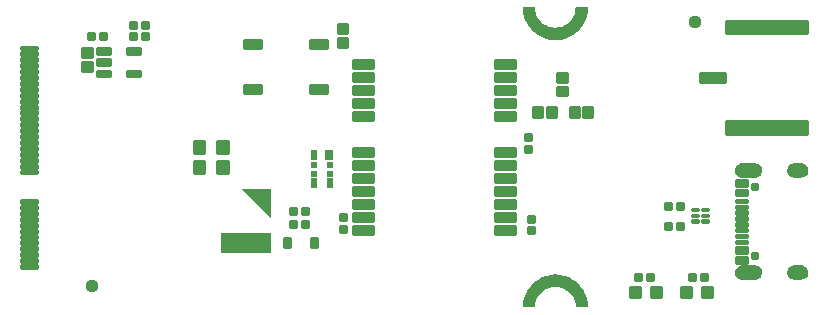
<source format=gts>
G04 EAGLE Gerber RS-274X export*
G75*
%MOMM*%
%FSLAX34Y34*%
%LPD*%
%INSoldermask Top*%
%IPPOS*%
%AMOC8*
5,1,8,0,0,1.08239X$1,22.5*%
G01*
%ADD10C,0.225369*%
%ADD11R,4.200000X1.700000*%
%ADD12C,0.225400*%
%ADD13C,0.428259*%
%ADD14C,0.227100*%
%ADD15C,0.223409*%
%ADD16C,0.231750*%
%ADD17C,0.229969*%
%ADD18C,0.230578*%
%ADD19C,0.777000*%
%ADD20C,0.229859*%
%ADD21C,0.225938*%
%ADD22C,0.224709*%
%ADD23C,0.228959*%
%ADD24C,0.581000*%
%ADD25R,0.620000X0.840000*%
%ADD26R,0.620000X0.560000*%
%ADD27R,0.640000X0.840000*%
%ADD28C,0.222250*%
%ADD29C,1.127000*%

G36*
X525751Y302679D02*
X525751Y302679D01*
X525761Y302683D01*
X525787Y302684D01*
X529621Y303518D01*
X529629Y303523D01*
X529655Y303528D01*
X533331Y304900D01*
X533339Y304905D01*
X533363Y304914D01*
X536807Y306795D01*
X536814Y306802D01*
X536837Y306814D01*
X539978Y309165D01*
X539984Y309173D01*
X540005Y309189D01*
X542779Y311963D01*
X542784Y311972D01*
X542803Y311990D01*
X545154Y315131D01*
X545157Y315140D01*
X545173Y315161D01*
X547054Y318605D01*
X547056Y318614D01*
X547068Y318637D01*
X548440Y322313D01*
X548440Y322323D01*
X548450Y322347D01*
X549284Y326181D01*
X549283Y326191D01*
X549289Y326217D01*
X549569Y330130D01*
X549563Y330156D01*
X549567Y330181D01*
X549549Y330223D01*
X549539Y330267D01*
X549521Y330285D01*
X549510Y330309D01*
X549472Y330334D01*
X549441Y330366D01*
X549415Y330372D01*
X549394Y330386D01*
X549320Y330397D01*
X539320Y330397D01*
X539313Y330395D01*
X539306Y330397D01*
X539247Y330376D01*
X539186Y330358D01*
X539181Y330353D01*
X539174Y330350D01*
X539136Y330300D01*
X539094Y330253D01*
X539093Y330246D01*
X539088Y330240D01*
X539072Y330168D01*
X538858Y327450D01*
X538226Y324817D01*
X537190Y322317D01*
X535776Y320009D01*
X534018Y317950D01*
X531959Y316192D01*
X529651Y314778D01*
X527151Y313742D01*
X524518Y313110D01*
X521820Y312898D01*
X519122Y313110D01*
X516489Y313742D01*
X513989Y314778D01*
X511681Y316192D01*
X509622Y317950D01*
X507864Y320009D01*
X506450Y322317D01*
X505414Y324817D01*
X504782Y327450D01*
X504568Y330168D01*
X504566Y330174D01*
X504567Y330181D01*
X504541Y330239D01*
X504519Y330298D01*
X504513Y330303D01*
X504510Y330309D01*
X504457Y330344D01*
X504407Y330382D01*
X504400Y330382D01*
X504394Y330386D01*
X504320Y330397D01*
X494320Y330397D01*
X494295Y330390D01*
X494269Y330392D01*
X494229Y330371D01*
X494186Y330358D01*
X494169Y330338D01*
X494146Y330326D01*
X494124Y330287D01*
X494094Y330253D01*
X494090Y330227D01*
X494077Y330204D01*
X494071Y330130D01*
X494351Y326217D01*
X494355Y326207D01*
X494356Y326181D01*
X495190Y322347D01*
X495195Y322339D01*
X495200Y322313D01*
X496572Y318637D01*
X496577Y318629D01*
X496586Y318605D01*
X498467Y315161D01*
X498474Y315154D01*
X498486Y315131D01*
X500837Y311990D01*
X500845Y311984D01*
X500861Y311963D01*
X503635Y309189D01*
X503644Y309184D01*
X503662Y309165D01*
X506803Y306814D01*
X506812Y306811D01*
X506833Y306795D01*
X510277Y304914D01*
X510286Y304912D01*
X510309Y304900D01*
X513985Y303528D01*
X513995Y303528D01*
X514019Y303518D01*
X517853Y302684D01*
X517863Y302685D01*
X517889Y302679D01*
X521802Y302399D01*
X521812Y302401D01*
X521838Y302399D01*
X525751Y302679D01*
G37*
G36*
X504387Y76005D02*
X504387Y76005D01*
X504394Y76003D01*
X504453Y76024D01*
X504514Y76042D01*
X504519Y76047D01*
X504526Y76050D01*
X504565Y76100D01*
X504606Y76147D01*
X504607Y76154D01*
X504612Y76160D01*
X504628Y76232D01*
X504842Y78950D01*
X505474Y81583D01*
X506510Y84083D01*
X507924Y86391D01*
X509682Y88450D01*
X511741Y90208D01*
X514049Y91622D01*
X516549Y92658D01*
X519182Y93290D01*
X521880Y93502D01*
X524578Y93290D01*
X527211Y92658D01*
X529711Y91622D01*
X532019Y90208D01*
X534078Y88450D01*
X535836Y86391D01*
X537250Y84083D01*
X538286Y81583D01*
X538918Y78950D01*
X539132Y76232D01*
X539134Y76226D01*
X539133Y76219D01*
X539159Y76161D01*
X539181Y76102D01*
X539187Y76097D01*
X539190Y76091D01*
X539243Y76056D01*
X539293Y76018D01*
X539301Y76018D01*
X539307Y76014D01*
X539380Y76003D01*
X549380Y76003D01*
X549405Y76010D01*
X549431Y76008D01*
X549471Y76029D01*
X549514Y76042D01*
X549531Y76062D01*
X549554Y76074D01*
X549576Y76113D01*
X549606Y76147D01*
X549610Y76173D01*
X549623Y76196D01*
X549629Y76270D01*
X549349Y80183D01*
X549345Y80193D01*
X549344Y80219D01*
X548510Y84053D01*
X548505Y84061D01*
X548500Y84087D01*
X547128Y87763D01*
X547123Y87771D01*
X547114Y87795D01*
X545233Y91239D01*
X545226Y91246D01*
X545214Y91269D01*
X542863Y94410D01*
X542855Y94416D01*
X542839Y94437D01*
X540065Y97211D01*
X540056Y97216D01*
X540038Y97235D01*
X536897Y99586D01*
X536888Y99589D01*
X536867Y99605D01*
X533423Y101486D01*
X533414Y101488D01*
X533391Y101500D01*
X529715Y102872D01*
X529705Y102872D01*
X529681Y102882D01*
X525847Y103716D01*
X525837Y103715D01*
X525811Y103721D01*
X521898Y104001D01*
X521888Y103999D01*
X521862Y104001D01*
X517949Y103721D01*
X517939Y103717D01*
X517913Y103716D01*
X514079Y102882D01*
X514071Y102877D01*
X514045Y102872D01*
X510369Y101500D01*
X510361Y101495D01*
X510337Y101486D01*
X506893Y99605D01*
X506886Y99598D01*
X506863Y99586D01*
X503722Y97235D01*
X503716Y97227D01*
X503695Y97211D01*
X500921Y94437D01*
X500916Y94428D01*
X500897Y94410D01*
X498546Y91269D01*
X498543Y91260D01*
X498527Y91239D01*
X496646Y87795D01*
X496644Y87786D01*
X496632Y87763D01*
X495260Y84087D01*
X495260Y84077D01*
X495250Y84053D01*
X494416Y80219D01*
X494417Y80209D01*
X494411Y80183D01*
X494131Y76270D01*
X494137Y76244D01*
X494133Y76219D01*
X494151Y76177D01*
X494161Y76133D01*
X494179Y76115D01*
X494190Y76091D01*
X494228Y76066D01*
X494259Y76034D01*
X494285Y76028D01*
X494307Y76014D01*
X494380Y76003D01*
X504380Y76003D01*
X504387Y76005D01*
G37*
G36*
X281113Y151662D02*
X281113Y151662D01*
X281140Y151664D01*
X281175Y151690D01*
X281215Y151708D01*
X281230Y151731D01*
X281252Y151747D01*
X281268Y151788D01*
X281292Y151825D01*
X281299Y151868D01*
X281302Y151877D01*
X281301Y151884D01*
X281303Y151898D01*
X281303Y175898D01*
X281298Y175914D01*
X281301Y175931D01*
X281279Y175981D01*
X281264Y176032D01*
X281251Y176043D01*
X281244Y176059D01*
X281199Y176089D01*
X281159Y176124D01*
X281142Y176127D01*
X281128Y176136D01*
X281054Y176147D01*
X257054Y176147D01*
X257012Y176135D01*
X256968Y176132D01*
X256946Y176116D01*
X256920Y176108D01*
X256891Y176075D01*
X256856Y176049D01*
X256846Y176023D01*
X256828Y176003D01*
X256821Y175959D01*
X256806Y175919D01*
X256811Y175892D01*
X256807Y175865D01*
X256825Y175824D01*
X256834Y175782D01*
X256860Y175746D01*
X256864Y175737D01*
X256869Y175733D01*
X256878Y175722D01*
X280878Y151722D01*
X280916Y151701D01*
X280949Y151672D01*
X280976Y151668D01*
X281000Y151655D01*
X281044Y151658D01*
X281087Y151651D01*
X281113Y151662D01*
G37*
G36*
X691353Y185998D02*
X691353Y185998D01*
X691356Y185995D01*
X692623Y186200D01*
X692629Y186206D01*
X692634Y186203D01*
X693823Y186685D01*
X693827Y186692D01*
X693833Y186690D01*
X694886Y187424D01*
X694888Y187432D01*
X694894Y187431D01*
X695757Y188381D01*
X695758Y188390D01*
X695763Y188390D01*
X696393Y189509D01*
X696392Y189517D01*
X696398Y189519D01*
X696763Y190749D01*
X696760Y190756D01*
X696764Y190759D01*
X696763Y190759D01*
X696765Y190760D01*
X696847Y192041D01*
X696845Y192045D01*
X696847Y192047D01*
X696765Y193328D01*
X696759Y193334D01*
X696763Y193339D01*
X696398Y194569D01*
X696391Y194574D01*
X696393Y194579D01*
X695763Y195698D01*
X695756Y195701D01*
X695757Y195707D01*
X694894Y196657D01*
X694886Y196658D01*
X694886Y196664D01*
X693833Y197398D01*
X693825Y197398D01*
X693823Y197403D01*
X692634Y197885D01*
X692626Y197883D01*
X692623Y197888D01*
X691356Y198093D01*
X691351Y198090D01*
X691348Y198093D01*
X679348Y198093D01*
X679344Y198090D01*
X679341Y198093D01*
X678219Y197938D01*
X678214Y197933D01*
X678210Y197936D01*
X677139Y197565D01*
X677135Y197559D01*
X677130Y197561D01*
X676153Y196988D01*
X676150Y196982D01*
X676145Y196983D01*
X675298Y196230D01*
X675296Y196223D01*
X675291Y196223D01*
X674607Y195320D01*
X674607Y195313D01*
X674602Y195312D01*
X674107Y194293D01*
X674109Y194286D01*
X674107Y194285D01*
X674104Y194284D01*
X673817Y193187D01*
X673820Y193181D01*
X673816Y193178D01*
X673749Y192047D01*
X673751Y192043D01*
X673749Y192041D01*
X673816Y190910D01*
X673821Y190905D01*
X673817Y190901D01*
X674104Y189804D01*
X674110Y189800D01*
X674107Y189795D01*
X674602Y188776D01*
X674608Y188773D01*
X674607Y188768D01*
X675291Y187865D01*
X675298Y187863D01*
X675298Y187858D01*
X676145Y187105D01*
X676152Y187105D01*
X676153Y187100D01*
X677130Y186527D01*
X677137Y186528D01*
X677139Y186523D01*
X678210Y186152D01*
X678216Y186155D01*
X678219Y186150D01*
X679341Y185995D01*
X679346Y185998D01*
X679348Y185995D01*
X691348Y185995D01*
X691353Y185998D01*
G37*
G36*
X691353Y99598D02*
X691353Y99598D01*
X691356Y99595D01*
X692623Y99800D01*
X692629Y99806D01*
X692634Y99803D01*
X693823Y100285D01*
X693827Y100292D01*
X693833Y100290D01*
X694886Y101024D01*
X694888Y101032D01*
X694894Y101031D01*
X695757Y101981D01*
X695758Y101990D01*
X695763Y101990D01*
X696393Y103109D01*
X696392Y103117D01*
X696398Y103119D01*
X696763Y104349D01*
X696760Y104356D01*
X696764Y104359D01*
X696763Y104359D01*
X696765Y104360D01*
X696847Y105641D01*
X696845Y105645D01*
X696847Y105647D01*
X696765Y106928D01*
X696759Y106934D01*
X696763Y106939D01*
X696398Y108169D01*
X696391Y108174D01*
X696393Y108179D01*
X695763Y109298D01*
X695756Y109301D01*
X695757Y109307D01*
X694894Y110257D01*
X694886Y110258D01*
X694886Y110264D01*
X693833Y110998D01*
X693825Y110998D01*
X693823Y111003D01*
X692634Y111485D01*
X692626Y111483D01*
X692623Y111488D01*
X691356Y111693D01*
X691351Y111690D01*
X691348Y111693D01*
X679348Y111693D01*
X679344Y111690D01*
X679341Y111693D01*
X678219Y111538D01*
X678214Y111533D01*
X678210Y111536D01*
X677139Y111165D01*
X677135Y111159D01*
X677130Y111161D01*
X676153Y110588D01*
X676150Y110582D01*
X676145Y110583D01*
X675298Y109830D01*
X675296Y109823D01*
X675291Y109823D01*
X674607Y108920D01*
X674607Y108913D01*
X674602Y108912D01*
X674107Y107893D01*
X674109Y107886D01*
X674107Y107885D01*
X674104Y107884D01*
X673817Y106787D01*
X673820Y106781D01*
X673816Y106778D01*
X673749Y105647D01*
X673751Y105643D01*
X673749Y105641D01*
X673816Y104510D01*
X673821Y104505D01*
X673817Y104501D01*
X674104Y103404D01*
X674110Y103400D01*
X674107Y103395D01*
X674602Y102376D01*
X674608Y102373D01*
X674607Y102368D01*
X675291Y101465D01*
X675298Y101463D01*
X675298Y101458D01*
X676145Y100705D01*
X676152Y100705D01*
X676153Y100700D01*
X677130Y100127D01*
X677137Y100128D01*
X677139Y100123D01*
X678210Y99752D01*
X678216Y99755D01*
X678219Y99750D01*
X679341Y99595D01*
X679346Y99598D01*
X679348Y99595D01*
X691348Y99595D01*
X691353Y99598D01*
G37*
G36*
X730152Y185997D02*
X730152Y185997D01*
X730154Y185995D01*
X731483Y186150D01*
X731489Y186156D01*
X731493Y186153D01*
X732754Y186600D01*
X732759Y186607D01*
X732764Y186605D01*
X733894Y187322D01*
X733897Y187329D01*
X733903Y187328D01*
X734845Y188279D01*
X734846Y188287D01*
X734852Y188287D01*
X735559Y189423D01*
X735559Y189428D01*
X735560Y189429D01*
X735559Y189431D01*
X735564Y189433D01*
X736000Y190698D01*
X735998Y190706D01*
X736003Y190709D01*
X736147Y192039D01*
X736143Y192045D01*
X736147Y192049D01*
X736037Y193215D01*
X736032Y193220D01*
X736035Y193224D01*
X735700Y194347D01*
X735694Y194351D01*
X735696Y194355D01*
X735148Y195391D01*
X735142Y195394D01*
X735143Y195399D01*
X734404Y196307D01*
X734397Y196309D01*
X734397Y196314D01*
X733495Y197061D01*
X733488Y197061D01*
X733487Y197067D01*
X732456Y197623D01*
X732449Y197622D01*
X732447Y197627D01*
X731328Y197971D01*
X731321Y197969D01*
X731318Y197973D01*
X730153Y198093D01*
X730150Y198091D01*
X730148Y198093D01*
X724148Y198093D01*
X724145Y198091D01*
X724143Y198093D01*
X722967Y197982D01*
X722962Y197977D01*
X722958Y197980D01*
X721826Y197642D01*
X721822Y197636D01*
X721817Y197638D01*
X720773Y197086D01*
X720770Y197079D01*
X720765Y197081D01*
X719849Y196335D01*
X719848Y196328D01*
X719842Y196328D01*
X719089Y195419D01*
X719089Y195411D01*
X719084Y195411D01*
X718523Y194371D01*
X718524Y194364D01*
X718519Y194362D01*
X718172Y193233D01*
X718174Y193227D01*
X718170Y193224D01*
X718049Y192049D01*
X718053Y192042D01*
X718049Y192038D01*
X718206Y190698D01*
X718211Y190692D01*
X718208Y190687D01*
X718659Y189416D01*
X718666Y189411D01*
X718664Y189406D01*
X719386Y188267D01*
X719394Y188264D01*
X719393Y188258D01*
X720351Y187308D01*
X720359Y187307D01*
X720360Y187301D01*
X721505Y186588D01*
X721514Y186589D01*
X721515Y186583D01*
X722791Y186143D01*
X722798Y186145D01*
X722800Y186143D01*
X722801Y186141D01*
X724143Y185995D01*
X724146Y185997D01*
X724148Y185995D01*
X730148Y185995D01*
X730152Y185997D01*
G37*
G36*
X730152Y99597D02*
X730152Y99597D01*
X730154Y99595D01*
X731483Y99750D01*
X731489Y99756D01*
X731493Y99753D01*
X732754Y100200D01*
X732759Y100207D01*
X732764Y100205D01*
X733894Y100922D01*
X733897Y100929D01*
X733903Y100928D01*
X734845Y101879D01*
X734846Y101887D01*
X734852Y101887D01*
X735559Y103023D01*
X735559Y103028D01*
X735560Y103029D01*
X735559Y103031D01*
X735564Y103033D01*
X736000Y104298D01*
X735998Y104306D01*
X736003Y104309D01*
X736147Y105639D01*
X736143Y105645D01*
X736147Y105649D01*
X736037Y106815D01*
X736032Y106820D01*
X736035Y106824D01*
X735700Y107947D01*
X735694Y107951D01*
X735696Y107955D01*
X735148Y108991D01*
X735142Y108994D01*
X735143Y108999D01*
X734404Y109907D01*
X734397Y109909D01*
X734397Y109914D01*
X733495Y110661D01*
X733488Y110661D01*
X733487Y110667D01*
X732456Y111223D01*
X732449Y111222D01*
X732447Y111227D01*
X731328Y111571D01*
X731321Y111569D01*
X731318Y111573D01*
X730153Y111693D01*
X730150Y111691D01*
X730148Y111693D01*
X724148Y111693D01*
X724145Y111691D01*
X724143Y111693D01*
X722967Y111582D01*
X722962Y111577D01*
X722958Y111580D01*
X721826Y111242D01*
X721822Y111236D01*
X721817Y111238D01*
X720773Y110686D01*
X720770Y110679D01*
X720765Y110681D01*
X719849Y109935D01*
X719848Y109928D01*
X719842Y109928D01*
X719089Y109019D01*
X719089Y109011D01*
X719084Y109011D01*
X718523Y107971D01*
X718524Y107964D01*
X718519Y107962D01*
X718172Y106833D01*
X718174Y106827D01*
X718170Y106824D01*
X718049Y105649D01*
X718053Y105642D01*
X718049Y105638D01*
X718206Y104298D01*
X718211Y104292D01*
X718208Y104287D01*
X718659Y103016D01*
X718666Y103011D01*
X718664Y103006D01*
X719386Y101867D01*
X719394Y101864D01*
X719393Y101858D01*
X720351Y100908D01*
X720359Y100907D01*
X720360Y100901D01*
X721505Y100188D01*
X721514Y100189D01*
X721515Y100183D01*
X722791Y99743D01*
X722798Y99745D01*
X722800Y99743D01*
X722801Y99741D01*
X724143Y99595D01*
X724146Y99597D01*
X724148Y99595D01*
X730148Y99595D01*
X730152Y99597D01*
G37*
D10*
X307546Y160242D02*
X312562Y160242D01*
X312562Y155226D01*
X307546Y155226D01*
X307546Y160242D01*
X307546Y157367D02*
X312562Y157367D01*
X312562Y159508D02*
X307546Y159508D01*
X302562Y160242D02*
X297546Y160242D01*
X302562Y160242D02*
X302562Y155226D01*
X297546Y155226D01*
X297546Y160242D01*
X297546Y157367D02*
X302562Y157367D01*
X302562Y159508D02*
X297546Y159508D01*
D11*
X260254Y130598D03*
D12*
X224726Y189946D02*
X224726Y199962D01*
X224726Y189946D02*
X215710Y189946D01*
X215710Y199962D01*
X224726Y199962D01*
X224726Y192087D02*
X215710Y192087D01*
X215710Y194228D02*
X224726Y194228D01*
X224726Y196369D02*
X215710Y196369D01*
X215710Y198510D02*
X224726Y198510D01*
X224726Y206946D02*
X224726Y216962D01*
X224726Y206946D02*
X215710Y206946D01*
X215710Y216962D01*
X224726Y216962D01*
X224726Y209087D02*
X215710Y209087D01*
X215710Y211228D02*
X224726Y211228D01*
X224726Y213369D02*
X215710Y213369D01*
X215710Y215510D02*
X224726Y215510D01*
X244538Y200216D02*
X244538Y190200D01*
X235522Y190200D01*
X235522Y200216D01*
X244538Y200216D01*
X244538Y192341D02*
X235522Y192341D01*
X235522Y194482D02*
X244538Y194482D01*
X244538Y196623D02*
X235522Y196623D01*
X235522Y198764D02*
X244538Y198764D01*
X244538Y207200D02*
X244538Y217216D01*
X244538Y207200D02*
X235522Y207200D01*
X235522Y217216D01*
X244538Y217216D01*
X244538Y209341D02*
X235522Y209341D01*
X235522Y211482D02*
X244538Y211482D01*
X244538Y213623D02*
X235522Y213623D01*
X235522Y215764D02*
X244538Y215764D01*
D13*
X646626Y92648D02*
X646626Y85660D01*
X646626Y92648D02*
X653614Y92648D01*
X653614Y85660D01*
X646626Y85660D01*
X646626Y89729D02*
X653614Y89729D01*
X629086Y92648D02*
X629086Y85660D01*
X629086Y92648D02*
X636074Y92648D01*
X636074Y85660D01*
X629086Y85660D01*
X629086Y89729D02*
X636074Y89729D01*
D14*
X297220Y127160D02*
X291920Y127160D01*
X291920Y134460D01*
X297220Y134460D01*
X297220Y127160D01*
X297220Y129317D02*
X291920Y129317D01*
X291920Y131474D02*
X297220Y131474D01*
X297220Y133631D02*
X291920Y133631D01*
X314920Y127160D02*
X320220Y127160D01*
X314920Y127160D02*
X314920Y134460D01*
X320220Y134460D01*
X320220Y127160D01*
X320220Y129317D02*
X314920Y129317D01*
X314920Y131474D02*
X320220Y131474D01*
X320220Y133631D02*
X314920Y133631D01*
D10*
X312308Y149574D02*
X307292Y149574D01*
X312308Y149574D02*
X312308Y144558D01*
X307292Y144558D01*
X307292Y149574D01*
X307292Y146699D02*
X312308Y146699D01*
X312308Y148840D02*
X307292Y148840D01*
X302308Y149574D02*
X297292Y149574D01*
X302308Y149574D02*
X302308Y144558D01*
X297292Y144558D01*
X297292Y149574D01*
X297292Y146699D02*
X302308Y146699D01*
X302308Y148840D02*
X297292Y148840D01*
X635112Y99092D02*
X640128Y99092D01*
X635112Y99092D02*
X635112Y104108D01*
X640128Y104108D01*
X640128Y99092D01*
X640128Y101233D02*
X635112Y101233D01*
X635112Y103374D02*
X640128Y103374D01*
X645112Y99092D02*
X650128Y99092D01*
X645112Y99092D02*
X645112Y104108D01*
X650128Y104108D01*
X650128Y99092D01*
X650128Y101233D02*
X645112Y101233D01*
X645112Y103374D02*
X650128Y103374D01*
X166926Y312706D02*
X161910Y312706D01*
X161910Y317722D01*
X166926Y317722D01*
X166926Y312706D01*
X166926Y314847D02*
X161910Y314847D01*
X161910Y316988D02*
X166926Y316988D01*
X171910Y312706D02*
X176926Y312706D01*
X171910Y312706D02*
X171910Y317722D01*
X176926Y317722D01*
X176926Y312706D01*
X176926Y314847D02*
X171910Y314847D01*
X171910Y316988D02*
X176926Y316988D01*
X176926Y308324D02*
X171910Y308324D01*
X176926Y308324D02*
X176926Y303308D01*
X171910Y303308D01*
X171910Y308324D01*
X171910Y305449D02*
X176926Y305449D01*
X176926Y307590D02*
X171910Y307590D01*
X166926Y308324D02*
X161910Y308324D01*
X166926Y308324D02*
X166926Y303308D01*
X161910Y303308D01*
X161910Y308324D01*
X161910Y305449D02*
X166926Y305449D01*
X166926Y307590D02*
X161910Y307590D01*
D13*
X603446Y92648D02*
X603446Y85660D01*
X603446Y92648D02*
X610434Y92648D01*
X610434Y85660D01*
X603446Y85660D01*
X603446Y89729D02*
X610434Y89729D01*
X585906Y92648D02*
X585906Y85660D01*
X585906Y92648D02*
X592894Y92648D01*
X592894Y85660D01*
X585906Y85660D01*
X585906Y89729D02*
X592894Y89729D01*
D10*
X594408Y99346D02*
X589392Y99346D01*
X589392Y104362D01*
X594408Y104362D01*
X594408Y99346D01*
X594408Y101487D02*
X589392Y101487D01*
X589392Y103628D02*
X594408Y103628D01*
X599392Y99346D02*
X604408Y99346D01*
X599392Y99346D02*
X599392Y104362D01*
X604408Y104362D01*
X604408Y99346D01*
X604408Y101487D02*
X599392Y101487D01*
X599392Y103628D02*
X604408Y103628D01*
D15*
X133373Y290950D02*
X133373Y295486D01*
X144409Y295486D01*
X144409Y290950D01*
X133373Y290950D01*
X133373Y293072D02*
X144409Y293072D01*
X144409Y295194D02*
X133373Y295194D01*
X133373Y285986D02*
X133373Y281450D01*
X133373Y285986D02*
X144409Y285986D01*
X144409Y281450D01*
X133373Y281450D01*
X133373Y283572D02*
X144409Y283572D01*
X144409Y285694D02*
X133373Y285694D01*
X133373Y276486D02*
X133373Y271950D01*
X133373Y276486D02*
X144409Y276486D01*
X144409Y271950D01*
X133373Y271950D01*
X133373Y274072D02*
X144409Y274072D01*
X144409Y276194D02*
X133373Y276194D01*
X159375Y276486D02*
X159375Y271950D01*
X159375Y276486D02*
X170411Y276486D01*
X170411Y271950D01*
X159375Y271950D01*
X159375Y274072D02*
X170411Y274072D01*
X170411Y276194D02*
X159375Y276194D01*
X159375Y290950D02*
X159375Y295486D01*
X170411Y295486D01*
X170411Y290950D01*
X159375Y290950D01*
X159375Y293072D02*
X170411Y293072D01*
X170411Y295194D02*
X159375Y295194D01*
D10*
X141366Y308324D02*
X136350Y308324D01*
X141366Y308324D02*
X141366Y303308D01*
X136350Y303308D01*
X136350Y308324D01*
X136350Y305449D02*
X141366Y305449D01*
X141366Y307590D02*
X136350Y307590D01*
X131366Y308324D02*
X126350Y308324D01*
X131366Y308324D02*
X131366Y303308D01*
X126350Y303308D01*
X126350Y308324D01*
X126350Y305449D02*
X131366Y305449D01*
X131366Y307590D02*
X126350Y307590D01*
X624538Y164052D02*
X629554Y164052D01*
X629554Y159036D01*
X624538Y159036D01*
X624538Y164052D01*
X624538Y161177D02*
X629554Y161177D01*
X629554Y163318D02*
X624538Y163318D01*
X619554Y164052D02*
X614538Y164052D01*
X619554Y164052D02*
X619554Y159036D01*
X614538Y159036D01*
X614538Y164052D01*
X614538Y161177D02*
X619554Y161177D01*
X619554Y163318D02*
X614538Y163318D01*
X625046Y147542D02*
X630062Y147542D01*
X630062Y142526D01*
X625046Y142526D01*
X625046Y147542D01*
X625046Y144667D02*
X630062Y144667D01*
X630062Y146808D02*
X625046Y146808D01*
X620062Y147542D02*
X615046Y147542D01*
X620062Y147542D02*
X620062Y142526D01*
X615046Y142526D01*
X615046Y147542D01*
X615046Y144667D02*
X620062Y144667D01*
X620062Y146808D02*
X615046Y146808D01*
X496360Y217492D02*
X496360Y222508D01*
X501376Y222508D01*
X501376Y217492D01*
X496360Y217492D01*
X496360Y219633D02*
X501376Y219633D01*
X501376Y221774D02*
X496360Y221774D01*
X496360Y212508D02*
X496360Y207492D01*
X496360Y212508D02*
X501376Y212508D01*
X501376Y207492D01*
X496360Y207492D01*
X496360Y209633D02*
X501376Y209633D01*
X501376Y211774D02*
X496360Y211774D01*
D16*
X487576Y138360D02*
X470624Y138360D01*
X470624Y145312D01*
X487576Y145312D01*
X487576Y138360D01*
X487576Y140562D02*
X470624Y140562D01*
X470624Y142764D02*
X487576Y142764D01*
X487576Y144966D02*
X470624Y144966D01*
X470624Y149360D02*
X487576Y149360D01*
X470624Y149360D02*
X470624Y156312D01*
X487576Y156312D01*
X487576Y149360D01*
X487576Y151562D02*
X470624Y151562D01*
X470624Y153764D02*
X487576Y153764D01*
X487576Y155966D02*
X470624Y155966D01*
X470624Y160360D02*
X487576Y160360D01*
X470624Y160360D02*
X470624Y167312D01*
X487576Y167312D01*
X487576Y160360D01*
X487576Y162562D02*
X470624Y162562D01*
X470624Y164764D02*
X487576Y164764D01*
X487576Y166966D02*
X470624Y166966D01*
X470624Y171360D02*
X487576Y171360D01*
X470624Y171360D02*
X470624Y178312D01*
X487576Y178312D01*
X487576Y171360D01*
X487576Y173562D02*
X470624Y173562D01*
X470624Y175764D02*
X487576Y175764D01*
X487576Y177966D02*
X470624Y177966D01*
X470624Y182360D02*
X487576Y182360D01*
X470624Y182360D02*
X470624Y189312D01*
X487576Y189312D01*
X487576Y182360D01*
X487576Y184562D02*
X470624Y184562D01*
X470624Y186764D02*
X487576Y186764D01*
X487576Y188966D02*
X470624Y188966D01*
X470624Y193360D02*
X487576Y193360D01*
X470624Y193360D02*
X470624Y200312D01*
X487576Y200312D01*
X487576Y193360D01*
X487576Y195562D02*
X470624Y195562D01*
X470624Y197764D02*
X487576Y197764D01*
X487576Y199966D02*
X470624Y199966D01*
X470624Y204360D02*
X487576Y204360D01*
X470624Y204360D02*
X470624Y211312D01*
X487576Y211312D01*
X487576Y204360D01*
X487576Y206562D02*
X470624Y206562D01*
X470624Y208764D02*
X487576Y208764D01*
X487576Y210966D02*
X470624Y210966D01*
X470624Y234360D02*
X487576Y234360D01*
X470624Y234360D02*
X470624Y241312D01*
X487576Y241312D01*
X487576Y234360D01*
X487576Y236562D02*
X470624Y236562D01*
X470624Y238764D02*
X487576Y238764D01*
X487576Y240966D02*
X470624Y240966D01*
X470624Y245360D02*
X487576Y245360D01*
X470624Y245360D02*
X470624Y252312D01*
X487576Y252312D01*
X487576Y245360D01*
X487576Y247562D02*
X470624Y247562D01*
X470624Y249764D02*
X487576Y249764D01*
X487576Y251966D02*
X470624Y251966D01*
X470624Y256360D02*
X487576Y256360D01*
X470624Y256360D02*
X470624Y263312D01*
X487576Y263312D01*
X487576Y256360D01*
X487576Y258562D02*
X470624Y258562D01*
X470624Y260764D02*
X487576Y260764D01*
X487576Y262966D02*
X470624Y262966D01*
X470624Y267360D02*
X487576Y267360D01*
X470624Y267360D02*
X470624Y274312D01*
X487576Y274312D01*
X487576Y267360D01*
X487576Y269562D02*
X470624Y269562D01*
X470624Y271764D02*
X487576Y271764D01*
X487576Y273966D02*
X470624Y273966D01*
X470624Y278360D02*
X487576Y278360D01*
X470624Y278360D02*
X470624Y285312D01*
X487576Y285312D01*
X487576Y278360D01*
X487576Y280562D02*
X470624Y280562D01*
X470624Y282764D02*
X487576Y282764D01*
X487576Y284966D02*
X470624Y284966D01*
X367576Y285312D02*
X350624Y285312D01*
X367576Y285312D02*
X367576Y278360D01*
X350624Y278360D01*
X350624Y285312D01*
X350624Y280562D02*
X367576Y280562D01*
X367576Y282764D02*
X350624Y282764D01*
X350624Y284966D02*
X367576Y284966D01*
X367576Y274312D02*
X350624Y274312D01*
X367576Y274312D02*
X367576Y267360D01*
X350624Y267360D01*
X350624Y274312D01*
X350624Y269562D02*
X367576Y269562D01*
X367576Y271764D02*
X350624Y271764D01*
X350624Y273966D02*
X367576Y273966D01*
X367576Y263312D02*
X350624Y263312D01*
X367576Y263312D02*
X367576Y256360D01*
X350624Y256360D01*
X350624Y263312D01*
X350624Y258562D02*
X367576Y258562D01*
X367576Y260764D02*
X350624Y260764D01*
X350624Y262966D02*
X367576Y262966D01*
X367576Y252312D02*
X350624Y252312D01*
X367576Y252312D02*
X367576Y245360D01*
X350624Y245360D01*
X350624Y252312D01*
X350624Y247562D02*
X367576Y247562D01*
X367576Y249764D02*
X350624Y249764D01*
X350624Y251966D02*
X367576Y251966D01*
X367576Y241312D02*
X350624Y241312D01*
X367576Y241312D02*
X367576Y234360D01*
X350624Y234360D01*
X350624Y241312D01*
X350624Y236562D02*
X367576Y236562D01*
X367576Y238764D02*
X350624Y238764D01*
X350624Y240966D02*
X367576Y240966D01*
X367576Y211312D02*
X350624Y211312D01*
X367576Y211312D02*
X367576Y204360D01*
X350624Y204360D01*
X350624Y211312D01*
X350624Y206562D02*
X367576Y206562D01*
X367576Y208764D02*
X350624Y208764D01*
X350624Y210966D02*
X367576Y210966D01*
X367576Y200312D02*
X350624Y200312D01*
X367576Y200312D02*
X367576Y193360D01*
X350624Y193360D01*
X350624Y200312D01*
X350624Y195562D02*
X367576Y195562D01*
X367576Y197764D02*
X350624Y197764D01*
X350624Y199966D02*
X367576Y199966D01*
X367576Y189312D02*
X350624Y189312D01*
X367576Y189312D02*
X367576Y182360D01*
X350624Y182360D01*
X350624Y189312D01*
X350624Y184562D02*
X367576Y184562D01*
X367576Y186764D02*
X350624Y186764D01*
X350624Y188966D02*
X367576Y188966D01*
X367576Y178312D02*
X350624Y178312D01*
X367576Y178312D02*
X367576Y171360D01*
X350624Y171360D01*
X350624Y178312D01*
X350624Y173562D02*
X367576Y173562D01*
X367576Y175764D02*
X350624Y175764D01*
X350624Y177966D02*
X367576Y177966D01*
X367576Y167312D02*
X350624Y167312D01*
X367576Y167312D02*
X367576Y160360D01*
X350624Y160360D01*
X350624Y167312D01*
X350624Y162562D02*
X367576Y162562D01*
X367576Y164764D02*
X350624Y164764D01*
X350624Y166966D02*
X367576Y166966D01*
X367576Y156312D02*
X350624Y156312D01*
X367576Y156312D02*
X367576Y149360D01*
X350624Y149360D01*
X350624Y156312D01*
X350624Y151562D02*
X367576Y151562D01*
X367576Y153764D02*
X350624Y153764D01*
X350624Y155966D02*
X367576Y155966D01*
X367576Y145312D02*
X350624Y145312D01*
X367576Y145312D02*
X367576Y138360D01*
X350624Y138360D01*
X350624Y145312D01*
X350624Y140562D02*
X367576Y140562D01*
X367576Y142764D02*
X350624Y142764D01*
X350624Y144966D02*
X367576Y144966D01*
D17*
X645913Y149659D02*
X650983Y149659D01*
X650983Y148189D01*
X645913Y148189D01*
X645913Y149659D01*
X646413Y154659D02*
X650983Y154659D01*
X650983Y153189D01*
X646413Y153189D01*
X646413Y154659D01*
X646413Y159659D02*
X650983Y159659D01*
X650983Y158189D01*
X646413Y158189D01*
X646413Y159659D01*
X642383Y158189D02*
X637813Y158189D01*
X637813Y159659D01*
X642383Y159659D01*
X642383Y158189D01*
X642383Y153189D02*
X637813Y153189D01*
X637813Y154659D01*
X642383Y154659D01*
X642383Y153189D01*
X642383Y148189D02*
X637813Y148189D01*
X637813Y149659D01*
X642383Y149659D01*
X642383Y148189D01*
D18*
X684030Y155362D02*
X684030Y157326D01*
X684030Y155362D02*
X675066Y155362D01*
X675066Y157326D01*
X684030Y157326D01*
X684030Y152326D02*
X684030Y150362D01*
X675066Y150362D01*
X675066Y152326D01*
X684030Y152326D01*
D10*
X684056Y178586D02*
X684056Y183602D01*
X684056Y178586D02*
X675040Y178586D01*
X675040Y183602D01*
X684056Y183602D01*
X684056Y180727D02*
X675040Y180727D01*
X675040Y182868D02*
X684056Y182868D01*
X684056Y175852D02*
X684056Y170836D01*
X675040Y170836D01*
X675040Y175852D01*
X684056Y175852D01*
X684056Y172977D02*
X675040Y172977D01*
X675040Y175118D02*
X684056Y175118D01*
D18*
X684030Y167326D02*
X684030Y165362D01*
X675066Y165362D01*
X675066Y167326D01*
X684030Y167326D01*
X684030Y162326D02*
X684030Y160362D01*
X675066Y160362D01*
X675066Y162326D01*
X684030Y162326D01*
X675066Y142326D02*
X675066Y140362D01*
X675066Y142326D02*
X684030Y142326D01*
X684030Y140362D01*
X675066Y140362D01*
X675066Y145362D02*
X675066Y147326D01*
X684030Y147326D01*
X684030Y145362D01*
X675066Y145362D01*
D10*
X675040Y119102D02*
X675040Y114086D01*
X675040Y119102D02*
X684056Y119102D01*
X684056Y114086D01*
X675040Y114086D01*
X675040Y116227D02*
X684056Y116227D01*
X684056Y118368D02*
X675040Y118368D01*
X675040Y121836D02*
X675040Y126852D01*
X684056Y126852D01*
X684056Y121836D01*
X675040Y121836D01*
X675040Y123977D02*
X684056Y123977D01*
X684056Y126118D02*
X675040Y126118D01*
D18*
X675066Y130362D02*
X675066Y132326D01*
X684030Y132326D01*
X684030Y130362D01*
X675066Y130362D01*
X675066Y135362D02*
X675066Y137326D01*
X684030Y137326D01*
X684030Y135362D01*
X675066Y135362D01*
D19*
X690598Y119944D03*
X690598Y177744D03*
D10*
X498888Y153812D02*
X498888Y148796D01*
X498888Y153812D02*
X503904Y153812D01*
X503904Y148796D01*
X498888Y148796D01*
X498888Y150937D02*
X503904Y150937D01*
X503904Y153078D02*
X498888Y153078D01*
X498888Y143812D02*
X498888Y138796D01*
X498888Y143812D02*
X503904Y143812D01*
X503904Y138796D01*
X498888Y138796D01*
X498888Y140937D02*
X503904Y140937D01*
X503904Y143078D02*
X498888Y143078D01*
D20*
X666298Y308134D02*
X666298Y318606D01*
X735270Y318606D01*
X735270Y308134D01*
X666298Y308134D01*
X666298Y310318D02*
X735270Y310318D01*
X735270Y312502D02*
X666298Y312502D01*
X666298Y314686D02*
X735270Y314686D01*
X735270Y316870D02*
X666298Y316870D01*
D21*
X644278Y274876D02*
X644278Y266864D01*
X644278Y274876D02*
X665290Y274876D01*
X665290Y266864D01*
X644278Y266864D01*
X644278Y269010D02*
X665290Y269010D01*
X665290Y271156D02*
X644278Y271156D01*
X644278Y273302D02*
X665290Y273302D01*
D20*
X666298Y233606D02*
X666298Y223134D01*
X666298Y233606D02*
X735270Y233606D01*
X735270Y223134D01*
X666298Y223134D01*
X666298Y225318D02*
X735270Y225318D01*
X735270Y227502D02*
X666298Y227502D01*
X666298Y229686D02*
X735270Y229686D01*
X735270Y231870D02*
X666298Y231870D01*
D22*
X523462Y267082D02*
X523462Y274606D01*
X531486Y274606D01*
X531486Y267082D01*
X523462Y267082D01*
X523462Y269217D02*
X531486Y269217D01*
X531486Y271352D02*
X523462Y271352D01*
X523462Y273487D02*
X531486Y273487D01*
X523462Y263006D02*
X523462Y255482D01*
X523462Y263006D02*
X531486Y263006D01*
X531486Y255482D01*
X523462Y255482D01*
X523462Y257617D02*
X531486Y257617D01*
X531486Y259752D02*
X523462Y259752D01*
X523462Y261887D02*
X531486Y261887D01*
X533954Y237488D02*
X541478Y237488D01*
X533954Y237488D02*
X533954Y245512D01*
X541478Y245512D01*
X541478Y237488D01*
X541478Y239623D02*
X533954Y239623D01*
X533954Y241758D02*
X541478Y241758D01*
X541478Y243893D02*
X533954Y243893D01*
X545554Y237488D02*
X553078Y237488D01*
X545554Y237488D02*
X545554Y245512D01*
X553078Y245512D01*
X553078Y237488D01*
X553078Y239623D02*
X545554Y239623D01*
X545554Y241758D02*
X553078Y241758D01*
X553078Y243893D02*
X545554Y243893D01*
X522402Y245412D02*
X514878Y245412D01*
X522402Y245412D02*
X522402Y237388D01*
X514878Y237388D01*
X514878Y245412D01*
X514878Y239523D02*
X522402Y239523D01*
X522402Y241658D02*
X514878Y241658D01*
X514878Y243793D02*
X522402Y243793D01*
X510802Y245412D02*
X503278Y245412D01*
X510802Y245412D02*
X510802Y237388D01*
X503278Y237388D01*
X503278Y245412D01*
X503278Y239523D02*
X510802Y239523D01*
X510802Y241658D02*
X503278Y241658D01*
X503278Y243793D02*
X510802Y243793D01*
X129234Y276188D02*
X129234Y283712D01*
X129234Y276188D02*
X121210Y276188D01*
X121210Y283712D01*
X129234Y283712D01*
X129234Y278323D02*
X121210Y278323D01*
X121210Y280458D02*
X129234Y280458D01*
X129234Y282593D02*
X121210Y282593D01*
X129234Y287788D02*
X129234Y295312D01*
X129234Y287788D02*
X121210Y287788D01*
X121210Y295312D01*
X129234Y295312D01*
X129234Y289923D02*
X121210Y289923D01*
X121210Y292058D02*
X129234Y292058D01*
X129234Y294193D02*
X121210Y294193D01*
D23*
X82990Y111940D02*
X82990Y109460D01*
X69510Y109460D01*
X69510Y111940D01*
X82990Y111940D01*
X82990Y111635D02*
X69510Y111635D01*
X82990Y114460D02*
X82990Y116940D01*
X82990Y114460D02*
X69510Y114460D01*
X69510Y116940D01*
X82990Y116940D01*
X82990Y116635D02*
X69510Y116635D01*
X82990Y119460D02*
X82990Y121940D01*
X82990Y119460D02*
X69510Y119460D01*
X69510Y121940D01*
X82990Y121940D01*
X82990Y121635D02*
X69510Y121635D01*
X82990Y124460D02*
X82990Y126940D01*
X82990Y124460D02*
X69510Y124460D01*
X69510Y126940D01*
X82990Y126940D01*
X82990Y126635D02*
X69510Y126635D01*
X82990Y129460D02*
X82990Y131940D01*
X82990Y129460D02*
X69510Y129460D01*
X69510Y131940D01*
X82990Y131940D01*
X82990Y131635D02*
X69510Y131635D01*
X82990Y134460D02*
X82990Y136940D01*
X82990Y134460D02*
X69510Y134460D01*
X69510Y136940D01*
X82990Y136940D01*
X82990Y136635D02*
X69510Y136635D01*
X82990Y139460D02*
X82990Y141940D01*
X82990Y139460D02*
X69510Y139460D01*
X69510Y141940D01*
X82990Y141940D01*
X82990Y141635D02*
X69510Y141635D01*
X82990Y144460D02*
X82990Y146940D01*
X82990Y144460D02*
X69510Y144460D01*
X69510Y146940D01*
X82990Y146940D01*
X82990Y146635D02*
X69510Y146635D01*
X82990Y149460D02*
X82990Y151940D01*
X82990Y149460D02*
X69510Y149460D01*
X69510Y151940D01*
X82990Y151940D01*
X82990Y151635D02*
X69510Y151635D01*
X82990Y154460D02*
X82990Y156940D01*
X82990Y154460D02*
X69510Y154460D01*
X69510Y156940D01*
X82990Y156940D01*
X82990Y156635D02*
X69510Y156635D01*
X82990Y159460D02*
X82990Y161940D01*
X82990Y159460D02*
X69510Y159460D01*
X69510Y161940D01*
X82990Y161940D01*
X82990Y161635D02*
X69510Y161635D01*
X82990Y164460D02*
X82990Y166940D01*
X82990Y164460D02*
X69510Y164460D01*
X69510Y166940D01*
X82990Y166940D01*
X82990Y166635D02*
X69510Y166635D01*
X82990Y189460D02*
X82990Y191940D01*
X82990Y189460D02*
X69510Y189460D01*
X69510Y191940D01*
X82990Y191940D01*
X82990Y191635D02*
X69510Y191635D01*
X82990Y194460D02*
X82990Y196940D01*
X82990Y194460D02*
X69510Y194460D01*
X69510Y196940D01*
X82990Y196940D01*
X82990Y196635D02*
X69510Y196635D01*
X82990Y199460D02*
X82990Y201940D01*
X82990Y199460D02*
X69510Y199460D01*
X69510Y201940D01*
X82990Y201940D01*
X82990Y201635D02*
X69510Y201635D01*
X82990Y204460D02*
X82990Y206940D01*
X82990Y204460D02*
X69510Y204460D01*
X69510Y206940D01*
X82990Y206940D01*
X82990Y206635D02*
X69510Y206635D01*
X82990Y209460D02*
X82990Y211940D01*
X82990Y209460D02*
X69510Y209460D01*
X69510Y211940D01*
X82990Y211940D01*
X82990Y211635D02*
X69510Y211635D01*
X82990Y214460D02*
X82990Y216940D01*
X82990Y214460D02*
X69510Y214460D01*
X69510Y216940D01*
X82990Y216940D01*
X82990Y216635D02*
X69510Y216635D01*
X82990Y219460D02*
X82990Y221940D01*
X82990Y219460D02*
X69510Y219460D01*
X69510Y221940D01*
X82990Y221940D01*
X82990Y221635D02*
X69510Y221635D01*
X82990Y224460D02*
X82990Y226940D01*
X82990Y224460D02*
X69510Y224460D01*
X69510Y226940D01*
X82990Y226940D01*
X82990Y226635D02*
X69510Y226635D01*
X82990Y229460D02*
X82990Y231940D01*
X82990Y229460D02*
X69510Y229460D01*
X69510Y231940D01*
X82990Y231940D01*
X82990Y231635D02*
X69510Y231635D01*
X82990Y234460D02*
X82990Y236940D01*
X82990Y234460D02*
X69510Y234460D01*
X69510Y236940D01*
X82990Y236940D01*
X82990Y236635D02*
X69510Y236635D01*
X82990Y239460D02*
X82990Y241940D01*
X82990Y239460D02*
X69510Y239460D01*
X69510Y241940D01*
X82990Y241940D01*
X82990Y241635D02*
X69510Y241635D01*
X82990Y244460D02*
X82990Y246940D01*
X82990Y244460D02*
X69510Y244460D01*
X69510Y246940D01*
X82990Y246940D01*
X82990Y246635D02*
X69510Y246635D01*
X82990Y249460D02*
X82990Y251940D01*
X82990Y249460D02*
X69510Y249460D01*
X69510Y251940D01*
X82990Y251940D01*
X82990Y251635D02*
X69510Y251635D01*
X82990Y254460D02*
X82990Y256940D01*
X82990Y254460D02*
X69510Y254460D01*
X69510Y256940D01*
X82990Y256940D01*
X82990Y256635D02*
X69510Y256635D01*
X82990Y259460D02*
X82990Y261940D01*
X82990Y259460D02*
X69510Y259460D01*
X69510Y261940D01*
X82990Y261940D01*
X82990Y261635D02*
X69510Y261635D01*
X82990Y264460D02*
X82990Y266940D01*
X82990Y264460D02*
X69510Y264460D01*
X69510Y266940D01*
X82990Y266940D01*
X82990Y266635D02*
X69510Y266635D01*
X82990Y269460D02*
X82990Y271940D01*
X82990Y269460D02*
X69510Y269460D01*
X69510Y271940D01*
X82990Y271940D01*
X82990Y271635D02*
X69510Y271635D01*
X82990Y274460D02*
X82990Y276940D01*
X82990Y274460D02*
X69510Y274460D01*
X69510Y276940D01*
X82990Y276940D01*
X82990Y276635D02*
X69510Y276635D01*
X82990Y279460D02*
X82990Y281940D01*
X82990Y279460D02*
X69510Y279460D01*
X69510Y281940D01*
X82990Y281940D01*
X82990Y281635D02*
X69510Y281635D01*
X82990Y284460D02*
X82990Y286940D01*
X82990Y284460D02*
X69510Y284460D01*
X69510Y286940D01*
X82990Y286940D01*
X82990Y286635D02*
X69510Y286635D01*
X82990Y289460D02*
X82990Y291940D01*
X82990Y289460D02*
X69510Y289460D01*
X69510Y291940D01*
X82990Y291940D01*
X82990Y291635D02*
X69510Y291635D01*
X82990Y294460D02*
X82990Y296940D01*
X82990Y294460D02*
X69510Y294460D01*
X69510Y296940D01*
X82990Y296940D01*
X82990Y296635D02*
X69510Y296635D01*
D24*
X542880Y86252D03*
X500880Y86252D03*
X521880Y99252D03*
X500820Y320148D03*
X542820Y320148D03*
X521820Y307148D03*
D25*
X317458Y181040D03*
D26*
X317458Y189040D03*
X317458Y197040D03*
D25*
X330658Y181040D03*
D26*
X330658Y189040D03*
X330658Y197040D03*
D27*
X330558Y205040D03*
D25*
X317458Y205040D03*
D28*
X314166Y257524D02*
X314166Y264192D01*
X328454Y264192D01*
X328454Y257524D01*
X314166Y257524D01*
X314166Y259636D02*
X328454Y259636D01*
X328454Y261748D02*
X314166Y261748D01*
X314166Y263860D02*
X328454Y263860D01*
X258286Y264192D02*
X258286Y257524D01*
X258286Y264192D02*
X272574Y264192D01*
X272574Y257524D01*
X258286Y257524D01*
X258286Y259636D02*
X272574Y259636D01*
X272574Y261748D02*
X258286Y261748D01*
X258286Y263860D02*
X272574Y263860D01*
X314166Y295624D02*
X314166Y302292D01*
X328454Y302292D01*
X328454Y295624D01*
X314166Y295624D01*
X314166Y297736D02*
X328454Y297736D01*
X328454Y299848D02*
X314166Y299848D01*
X314166Y301960D02*
X328454Y301960D01*
X258286Y302292D02*
X258286Y295624D01*
X258286Y302292D02*
X272574Y302292D01*
X272574Y295624D01*
X258286Y295624D01*
X258286Y297736D02*
X272574Y297736D01*
X272574Y299848D02*
X258286Y299848D01*
X258286Y301960D02*
X272574Y301960D01*
D22*
X345642Y304032D02*
X345642Y296508D01*
X337618Y296508D01*
X337618Y304032D01*
X345642Y304032D01*
X345642Y298643D02*
X337618Y298643D01*
X337618Y300778D02*
X345642Y300778D01*
X345642Y302913D02*
X337618Y302913D01*
X345642Y308108D02*
X345642Y315632D01*
X345642Y308108D02*
X337618Y308108D01*
X337618Y315632D01*
X345642Y315632D01*
X345642Y310243D02*
X337618Y310243D01*
X337618Y312378D02*
X345642Y312378D01*
X345642Y314513D02*
X337618Y314513D01*
D10*
X339884Y154828D02*
X339884Y149812D01*
X339884Y154828D02*
X344900Y154828D01*
X344900Y149812D01*
X339884Y149812D01*
X339884Y151953D02*
X344900Y151953D01*
X344900Y154094D02*
X339884Y154094D01*
X339884Y144828D02*
X339884Y139812D01*
X339884Y144828D02*
X344900Y144828D01*
X344900Y139812D01*
X339884Y139812D01*
X339884Y141953D02*
X344900Y141953D01*
X344900Y144094D02*
X339884Y144094D01*
D29*
X640080Y317500D03*
X129540Y93980D03*
M02*

</source>
